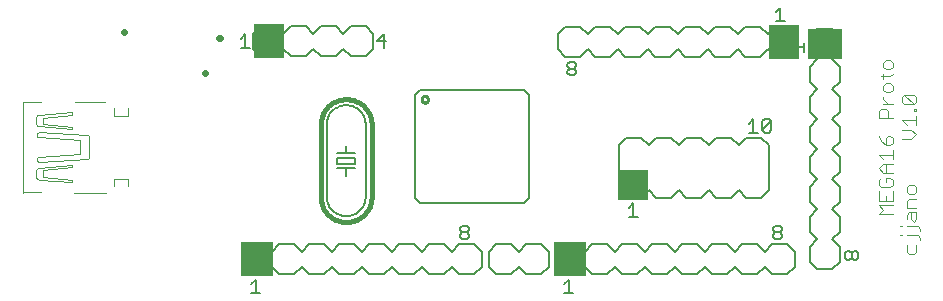
<source format=gto>
G75*
G70*
%OFA0B0*%
%FSLAX24Y24*%
%IPPOS*%
%LPD*%
%AMOC8*
5,1,8,0,0,1.08239X$1,22.5*
%
%ADD10C,0.0040*%
%ADD11R,0.0984X0.1181*%
%ADD12R,0.1181X0.0984*%
%ADD13R,0.1083X0.1181*%
%ADD14R,0.0984X0.0984*%
%ADD15C,0.0100*%
%ADD16C,0.0080*%
%ADD17C,0.0060*%
%ADD18C,0.0050*%
%ADD19C,0.0160*%
%ADD20C,0.0220*%
D10*
X000131Y003708D02*
X000131Y006737D01*
X000133Y006735D02*
X000725Y006735D01*
X000133Y006735D02*
X000133Y003710D01*
X000725Y003710D01*
X000133Y003710D02*
X000133Y003710D01*
X000664Y004139D02*
X001748Y004057D01*
X001748Y004139D01*
X000807Y004241D01*
X000807Y004446D01*
X001748Y004548D01*
X001748Y004630D01*
X000664Y004527D01*
X000664Y004732D02*
X002259Y004814D01*
X002259Y004813D02*
X002277Y004816D01*
X002294Y004823D01*
X002309Y004832D01*
X002322Y004845D01*
X002331Y004860D01*
X002338Y004877D01*
X002341Y004895D01*
X002340Y004895D02*
X002340Y005549D01*
X002341Y005550D02*
X002338Y005568D01*
X002331Y005585D01*
X002322Y005600D01*
X002309Y005613D01*
X002294Y005622D01*
X002277Y005629D01*
X002259Y005632D01*
X002259Y005631D02*
X000664Y005713D01*
X000648Y005711D01*
X000633Y005707D01*
X000618Y005699D01*
X000606Y005689D01*
X000596Y005677D01*
X000588Y005662D01*
X000584Y005647D01*
X000582Y005631D01*
X000583Y005631D02*
X000583Y005631D01*
X000582Y005631D02*
X000584Y005615D01*
X000588Y005600D01*
X000596Y005585D01*
X000606Y005573D01*
X000618Y005563D01*
X000633Y005555D01*
X000648Y005551D01*
X000664Y005549D01*
X002013Y005467D01*
X002013Y005468D02*
X002013Y004977D01*
X000664Y004895D01*
X000664Y004896D02*
X000648Y004894D01*
X000633Y004890D01*
X000618Y004882D01*
X000606Y004872D01*
X000596Y004860D01*
X000588Y004845D01*
X000584Y004830D01*
X000582Y004814D01*
X000584Y004798D01*
X000588Y004783D01*
X000596Y004768D01*
X000606Y004756D01*
X000618Y004746D01*
X000633Y004738D01*
X000648Y004734D01*
X000664Y004732D01*
X000664Y004528D02*
X000645Y004524D01*
X000626Y004518D01*
X000609Y004508D01*
X000593Y004496D01*
X000580Y004481D01*
X000569Y004464D01*
X000562Y004446D01*
X000562Y004221D02*
X000569Y004203D01*
X000580Y004186D01*
X000593Y004171D01*
X000609Y004159D01*
X000626Y004149D01*
X000645Y004143D01*
X000664Y004139D01*
X000563Y004221D02*
X000554Y004257D01*
X000548Y004295D01*
X000546Y004333D01*
X000548Y004371D01*
X000554Y004408D01*
X000563Y004445D01*
X001832Y003708D02*
X002890Y003708D01*
X003176Y003913D02*
X003176Y004159D01*
X003627Y004159D01*
X003627Y003910D01*
X001748Y005815D02*
X001748Y005897D01*
X000807Y005999D01*
X000807Y006203D01*
X001748Y006305D01*
X001748Y006387D01*
X000664Y006305D01*
X000664Y006306D02*
X000645Y006302D01*
X000626Y006296D01*
X000609Y006286D01*
X000593Y006274D01*
X000580Y006259D01*
X000569Y006242D01*
X000562Y006224D01*
X000562Y005999D02*
X000569Y005981D01*
X000580Y005964D01*
X000593Y005949D01*
X000609Y005937D01*
X000626Y005927D01*
X000645Y005921D01*
X000664Y005917D01*
X001748Y005815D01*
X000563Y005999D02*
X000554Y006035D01*
X000548Y006073D01*
X000546Y006111D01*
X000548Y006149D01*
X000554Y006186D01*
X000563Y006223D01*
X001852Y006737D02*
X002850Y006737D01*
X003176Y006531D02*
X003176Y006245D01*
X003621Y006245D01*
X003621Y006531D01*
X028656Y006431D02*
X028656Y006201D01*
X029116Y006201D01*
X028963Y006201D02*
X028963Y006431D01*
X028886Y006508D01*
X028733Y006508D01*
X028656Y006431D01*
X028809Y006661D02*
X029116Y006661D01*
X028963Y006661D02*
X028809Y006815D01*
X028809Y006891D01*
X028886Y007045D02*
X029040Y007045D01*
X029116Y007122D01*
X029116Y007275D01*
X029040Y007352D01*
X028886Y007352D01*
X028809Y007275D01*
X028809Y007122D01*
X028886Y007045D01*
X029431Y006882D02*
X029508Y006958D01*
X029815Y006651D01*
X029892Y006728D01*
X029892Y006882D01*
X029815Y006958D01*
X029508Y006958D01*
X029431Y006882D02*
X029431Y006728D01*
X029508Y006651D01*
X029815Y006651D01*
X029815Y006498D02*
X029892Y006498D01*
X029892Y006421D01*
X029815Y006421D01*
X029815Y006498D01*
X029892Y006268D02*
X029892Y005961D01*
X029738Y005807D02*
X029431Y005807D01*
X029585Y005961D02*
X029431Y006114D01*
X029892Y006114D01*
X029738Y005807D02*
X029892Y005654D01*
X029738Y005501D01*
X029431Y005501D01*
X029116Y005510D02*
X029116Y005357D01*
X029040Y005280D01*
X028886Y005280D01*
X028886Y005510D01*
X028963Y005587D01*
X029040Y005587D01*
X029116Y005510D01*
X028886Y005280D02*
X028733Y005434D01*
X028656Y005587D01*
X029116Y005127D02*
X029116Y004820D01*
X029116Y004666D02*
X028809Y004666D01*
X028656Y004513D01*
X028809Y004359D01*
X029116Y004359D01*
X028886Y004359D02*
X028886Y004666D01*
X028809Y004820D02*
X028656Y004973D01*
X029116Y004973D01*
X029040Y004206D02*
X028886Y004206D01*
X028886Y004053D01*
X028733Y004206D02*
X028656Y004129D01*
X028656Y003976D01*
X028733Y003899D01*
X029040Y003899D01*
X029116Y003976D01*
X029116Y004129D01*
X029040Y004206D01*
X029585Y003889D02*
X029662Y003966D01*
X029815Y003966D01*
X029892Y003889D01*
X029892Y003736D01*
X029815Y003659D01*
X029662Y003659D01*
X029585Y003736D01*
X029585Y003889D01*
X029116Y003746D02*
X029116Y003439D01*
X028656Y003439D01*
X028656Y003746D01*
X028886Y003592D02*
X028886Y003439D01*
X028656Y003285D02*
X029116Y003285D01*
X028809Y003132D02*
X028656Y003285D01*
X028809Y003132D02*
X028656Y002978D01*
X029116Y002978D01*
X029585Y002969D02*
X029585Y002815D01*
X029738Y002815D02*
X029815Y002738D01*
X029892Y002815D01*
X029892Y003045D01*
X029662Y003045D01*
X029585Y002969D01*
X029738Y003045D02*
X029738Y002815D01*
X029585Y002585D02*
X029969Y002585D01*
X030045Y002508D01*
X030045Y002432D01*
X029969Y002278D02*
X029585Y002278D01*
X029431Y002278D02*
X029355Y002278D01*
X029969Y002278D02*
X030045Y002201D01*
X030045Y002125D01*
X029892Y001971D02*
X029892Y001741D01*
X029815Y001664D01*
X029662Y001664D01*
X029585Y001741D01*
X029585Y001971D01*
X029431Y002585D02*
X029355Y002585D01*
X029585Y003199D02*
X029585Y003429D01*
X029662Y003506D01*
X029892Y003506D01*
X029892Y003199D02*
X029585Y003199D01*
X028809Y007505D02*
X028809Y007659D01*
X028733Y007582D02*
X029040Y007582D01*
X029116Y007659D01*
X029040Y007812D02*
X028886Y007812D01*
X028809Y007889D01*
X028809Y008042D01*
X028886Y008119D01*
X029040Y008119D01*
X029116Y008042D01*
X029116Y007889D01*
X029040Y007812D01*
D11*
X025501Y008721D03*
X008331Y008759D03*
D12*
X026872Y008667D03*
D13*
X018377Y001500D03*
X007926Y001482D03*
D14*
X020478Y003969D03*
D15*
X013415Y006817D02*
X013417Y006837D01*
X013422Y006857D01*
X013432Y006875D01*
X013444Y006892D01*
X013459Y006906D01*
X013477Y006916D01*
X013496Y006924D01*
X013516Y006928D01*
X013536Y006928D01*
X013556Y006924D01*
X013575Y006916D01*
X013593Y006906D01*
X013608Y006892D01*
X013620Y006875D01*
X013630Y006857D01*
X013635Y006837D01*
X013637Y006817D01*
X013635Y006797D01*
X013630Y006777D01*
X013620Y006759D01*
X013608Y006742D01*
X013593Y006728D01*
X013575Y006718D01*
X013556Y006710D01*
X013536Y006706D01*
X013516Y006706D01*
X013496Y006710D01*
X013477Y006718D01*
X013459Y006728D01*
X013444Y006742D01*
X013432Y006759D01*
X013422Y006777D01*
X013417Y006797D01*
X013415Y006817D01*
D16*
X013211Y006974D02*
X013211Y003510D01*
X013369Y003352D01*
X016833Y003352D01*
X016991Y003510D01*
X016991Y006974D01*
X016833Y007132D01*
X013369Y007132D01*
X013211Y006974D01*
X015901Y001992D02*
X016401Y001992D01*
X016651Y001742D01*
X016901Y001992D01*
X017401Y001992D01*
X017651Y001742D01*
X017651Y001242D01*
X017401Y000992D01*
X016901Y000992D01*
X016651Y001242D01*
X016401Y000992D01*
X015901Y000992D01*
X015651Y001242D01*
X015651Y001742D01*
X015901Y001992D01*
D17*
X007670Y000982D02*
X007420Y001232D01*
X007420Y001732D01*
X007670Y001982D01*
X008170Y001982D01*
X008420Y001732D01*
X008670Y001982D01*
X009170Y001982D01*
X009420Y001732D01*
X009670Y001982D01*
X010170Y001982D01*
X010420Y001732D01*
X010670Y001982D01*
X011170Y001982D01*
X011420Y001732D01*
X011670Y001982D01*
X012170Y001982D01*
X012420Y001732D01*
X012670Y001982D01*
X013170Y001982D01*
X013420Y001732D01*
X013670Y001982D01*
X014170Y001982D01*
X014420Y001732D01*
X014670Y001982D01*
X015170Y001982D01*
X015420Y001732D01*
X015420Y001232D01*
X015170Y000982D01*
X014670Y000982D01*
X014420Y001232D01*
X014170Y000982D01*
X013670Y000982D01*
X013420Y001232D01*
X013170Y000982D01*
X012670Y000982D01*
X012420Y001232D01*
X012170Y000982D01*
X011670Y000982D01*
X011420Y001232D01*
X011170Y000982D01*
X010670Y000982D01*
X010420Y001232D01*
X010170Y000982D01*
X009670Y000982D01*
X009420Y001232D01*
X009170Y000982D01*
X008670Y000982D01*
X008420Y001232D01*
X008170Y000982D01*
X007670Y000982D01*
X010252Y003570D02*
X010252Y005970D01*
X010254Y006020D01*
X010260Y006069D01*
X010269Y006118D01*
X010282Y006166D01*
X010299Y006213D01*
X010319Y006258D01*
X010343Y006302D01*
X010370Y006344D01*
X010401Y006384D01*
X010434Y006421D01*
X010470Y006455D01*
X010508Y006487D01*
X010549Y006516D01*
X010591Y006541D01*
X010636Y006563D01*
X010682Y006582D01*
X010730Y006597D01*
X010778Y006608D01*
X010827Y006616D01*
X010877Y006620D01*
X010927Y006620D01*
X010977Y006616D01*
X011026Y006608D01*
X011074Y006597D01*
X011122Y006582D01*
X011168Y006563D01*
X011213Y006541D01*
X011255Y006516D01*
X011296Y006487D01*
X011334Y006455D01*
X011370Y006421D01*
X011403Y006384D01*
X011434Y006344D01*
X011461Y006302D01*
X011485Y006258D01*
X011505Y006213D01*
X011522Y006166D01*
X011535Y006118D01*
X011544Y006069D01*
X011550Y006020D01*
X011552Y005970D01*
X011552Y003570D01*
X011550Y003520D01*
X011544Y003471D01*
X011535Y003422D01*
X011522Y003374D01*
X011505Y003327D01*
X011485Y003282D01*
X011461Y003238D01*
X011434Y003196D01*
X011403Y003156D01*
X011370Y003119D01*
X011334Y003085D01*
X011296Y003053D01*
X011255Y003024D01*
X011213Y002999D01*
X011168Y002977D01*
X011122Y002958D01*
X011074Y002943D01*
X011026Y002932D01*
X010977Y002924D01*
X010927Y002920D01*
X010877Y002920D01*
X010827Y002924D01*
X010778Y002932D01*
X010730Y002943D01*
X010682Y002958D01*
X010636Y002977D01*
X010591Y002999D01*
X010549Y003024D01*
X010508Y003053D01*
X010470Y003085D01*
X010434Y003119D01*
X010401Y003156D01*
X010370Y003196D01*
X010343Y003238D01*
X010319Y003282D01*
X010299Y003327D01*
X010282Y003374D01*
X010269Y003422D01*
X010260Y003471D01*
X010254Y003520D01*
X010252Y003570D01*
X010902Y004270D02*
X010902Y004520D01*
X011202Y004520D01*
X010902Y004520D02*
X010602Y004520D01*
X010602Y004670D02*
X011202Y004670D01*
X011202Y004870D01*
X010602Y004870D01*
X010602Y004670D01*
X010602Y005020D02*
X010902Y005020D01*
X010902Y005270D01*
X010902Y005020D02*
X011202Y005020D01*
X017853Y001732D02*
X018103Y001982D01*
X018603Y001982D01*
X018853Y001732D01*
X019103Y001982D01*
X019603Y001982D01*
X019853Y001732D01*
X020103Y001982D01*
X020603Y001982D01*
X020853Y001732D01*
X021103Y001982D01*
X021603Y001982D01*
X021853Y001732D01*
X022103Y001982D01*
X022603Y001982D01*
X022853Y001732D01*
X023103Y001982D01*
X023603Y001982D01*
X023853Y001732D01*
X024103Y001982D01*
X024603Y001982D01*
X024853Y001732D01*
X025103Y001982D01*
X025603Y001982D01*
X025853Y001732D01*
X025853Y001232D01*
X025603Y000982D01*
X025103Y000982D01*
X024853Y001232D01*
X024603Y000982D01*
X024103Y000982D01*
X023853Y001232D01*
X023603Y000982D01*
X023103Y000982D01*
X022853Y001232D01*
X022603Y000982D01*
X022103Y000982D01*
X021853Y001232D01*
X021603Y000982D01*
X021103Y000982D01*
X020853Y001232D01*
X020603Y000982D01*
X020103Y000982D01*
X019853Y001232D01*
X019603Y000982D01*
X019103Y000982D01*
X018853Y001232D01*
X018603Y000982D01*
X018103Y000982D01*
X017853Y001232D01*
X017853Y001732D01*
X019992Y003777D02*
X020242Y003527D01*
X020742Y003527D01*
X020992Y003777D01*
X021242Y003527D01*
X021742Y003527D01*
X021992Y003777D01*
X022242Y003527D01*
X022742Y003527D01*
X022992Y003777D01*
X023242Y003527D01*
X023742Y003527D01*
X023992Y003777D01*
X024242Y003527D01*
X024742Y003527D01*
X024992Y003777D01*
X024992Y005277D01*
X024742Y005527D01*
X024242Y005527D01*
X023992Y005277D01*
X023742Y005527D01*
X023242Y005527D01*
X022992Y005277D01*
X022742Y005527D01*
X022242Y005527D01*
X021992Y005277D01*
X021742Y005527D01*
X021242Y005527D01*
X020992Y005277D01*
X020742Y005527D01*
X020242Y005527D01*
X019992Y005277D01*
X019992Y003777D01*
X026353Y003893D02*
X026353Y003393D01*
X026603Y003143D01*
X026353Y002893D01*
X026353Y002393D01*
X026603Y002143D01*
X026353Y001893D01*
X026353Y001393D01*
X026603Y001143D01*
X027103Y001143D01*
X027353Y001393D01*
X027353Y001893D01*
X027103Y002143D01*
X027353Y002393D01*
X027353Y002893D01*
X027103Y003143D01*
X027353Y003393D01*
X027353Y003893D01*
X027103Y004143D01*
X027353Y004393D01*
X027353Y004893D01*
X027103Y005143D01*
X027353Y005393D01*
X027353Y005893D01*
X027103Y006143D01*
X027353Y006393D01*
X027353Y006893D01*
X027103Y007143D01*
X027353Y007393D01*
X027353Y007893D01*
X027103Y008143D01*
X027353Y008393D01*
X027353Y008893D01*
X027103Y009143D01*
X026603Y009143D01*
X026353Y008893D01*
X026353Y008393D01*
X026603Y008143D01*
X026353Y007893D01*
X026353Y007393D01*
X026603Y007143D01*
X026353Y006893D01*
X026353Y006393D01*
X026603Y006143D01*
X026353Y005893D01*
X026353Y005393D01*
X026603Y005143D01*
X026353Y004893D01*
X026353Y004393D01*
X026603Y004143D01*
X026353Y003893D01*
X025707Y008241D02*
X025207Y008241D01*
X024957Y008491D01*
X024707Y008241D01*
X024207Y008241D01*
X023957Y008491D01*
X023707Y008241D01*
X023207Y008241D01*
X022957Y008491D01*
X022707Y008241D01*
X022207Y008241D01*
X021957Y008491D01*
X021707Y008241D01*
X021207Y008241D01*
X020957Y008491D01*
X020707Y008241D01*
X020207Y008241D01*
X019957Y008491D01*
X019707Y008241D01*
X019207Y008241D01*
X018957Y008491D01*
X018707Y008241D01*
X018207Y008241D01*
X017957Y008491D01*
X017957Y008991D01*
X018207Y009241D01*
X018707Y009241D01*
X018957Y008991D01*
X019207Y009241D01*
X019707Y009241D01*
X019957Y008991D01*
X020207Y009241D01*
X020707Y009241D01*
X020957Y008991D01*
X021207Y009241D01*
X021707Y009241D01*
X021957Y008991D01*
X022207Y009241D01*
X022707Y009241D01*
X022957Y008991D01*
X023207Y009241D01*
X023707Y009241D01*
X023957Y008991D01*
X024207Y009241D01*
X024707Y009241D01*
X024957Y008991D01*
X025207Y009241D01*
X025707Y009241D01*
X025957Y008991D01*
X025957Y008491D01*
X025707Y008241D01*
X011808Y008509D02*
X011558Y008259D01*
X011058Y008259D01*
X010808Y008509D01*
X010558Y008259D01*
X010058Y008259D01*
X009808Y008509D01*
X009558Y008259D01*
X009058Y008259D01*
X008808Y008509D01*
X008558Y008259D01*
X008058Y008259D01*
X007808Y008509D01*
X007808Y009009D01*
X008058Y009259D01*
X008558Y009259D01*
X008808Y009009D01*
X009058Y009259D01*
X009558Y009259D01*
X009808Y009009D01*
X010058Y009259D01*
X010558Y009259D01*
X010808Y009009D01*
X011058Y009259D01*
X011558Y009259D01*
X011808Y009009D01*
X011808Y008509D01*
D18*
X012158Y008534D02*
X012158Y008985D01*
X011933Y008759D01*
X012233Y008759D01*
X007683Y008534D02*
X007383Y008534D01*
X007533Y008534D02*
X007533Y008985D01*
X007383Y008834D01*
X018272Y007991D02*
X018272Y007916D01*
X018347Y007841D01*
X018497Y007841D01*
X018572Y007766D01*
X018572Y007691D01*
X018497Y007616D01*
X018347Y007616D01*
X018272Y007691D01*
X018272Y007766D01*
X018347Y007841D01*
X018497Y007841D02*
X018572Y007916D01*
X018572Y007991D01*
X018497Y008066D01*
X018347Y008066D01*
X018272Y007991D01*
X024317Y006003D02*
X024467Y006153D01*
X024467Y005702D01*
X024317Y005702D02*
X024618Y005702D01*
X024778Y005777D02*
X025078Y006078D01*
X025078Y005777D01*
X025003Y005702D01*
X024853Y005702D01*
X024778Y005777D01*
X024778Y006078D01*
X024853Y006153D01*
X025003Y006153D01*
X025078Y006078D01*
X025878Y008408D02*
X025727Y008558D01*
X026178Y008558D01*
X026178Y008408D02*
X026178Y008708D01*
X025522Y009416D02*
X025222Y009416D01*
X025372Y009416D02*
X025372Y009866D01*
X025222Y009716D01*
X020467Y003353D02*
X020467Y002902D01*
X020317Y002902D02*
X020618Y002902D01*
X020317Y003203D02*
X020467Y003353D01*
X025128Y002532D02*
X025128Y002457D01*
X025203Y002382D01*
X025353Y002382D01*
X025428Y002307D01*
X025428Y002232D01*
X025353Y002157D01*
X025203Y002157D01*
X025128Y002232D01*
X025128Y002307D01*
X025203Y002382D01*
X025353Y002382D02*
X025428Y002457D01*
X025428Y002532D01*
X025353Y002607D01*
X025203Y002607D01*
X025128Y002532D01*
X027527Y001683D02*
X027602Y001758D01*
X027678Y001758D01*
X027753Y001683D01*
X027753Y001533D01*
X027678Y001458D01*
X027602Y001458D01*
X027527Y001533D01*
X027527Y001683D01*
X027753Y001683D02*
X027828Y001758D01*
X027903Y001758D01*
X027978Y001683D01*
X027978Y001533D01*
X027903Y001458D01*
X027828Y001458D01*
X027753Y001533D01*
X018478Y000357D02*
X018178Y000357D01*
X018328Y000357D02*
X018328Y000807D01*
X018178Y000657D01*
X014995Y002232D02*
X014920Y002157D01*
X014770Y002157D01*
X014695Y002232D01*
X014695Y002307D01*
X014770Y002382D01*
X014920Y002382D01*
X014995Y002307D01*
X014995Y002232D01*
X014920Y002382D02*
X014995Y002457D01*
X014995Y002532D01*
X014920Y002607D01*
X014770Y002607D01*
X014695Y002532D01*
X014695Y002457D01*
X014770Y002382D01*
X008045Y000357D02*
X007745Y000357D01*
X007895Y000357D02*
X007895Y000807D01*
X007745Y000657D01*
D19*
X010052Y003570D02*
X010052Y005970D01*
X010054Y006027D01*
X010060Y006083D01*
X010069Y006139D01*
X010082Y006195D01*
X010099Y006249D01*
X010119Y006302D01*
X010143Y006353D01*
X010171Y006403D01*
X010201Y006451D01*
X010235Y006497D01*
X010272Y006540D01*
X010311Y006581D01*
X010353Y006619D01*
X010398Y006654D01*
X010445Y006686D01*
X010494Y006715D01*
X010544Y006741D01*
X010597Y006763D01*
X010650Y006782D01*
X010705Y006797D01*
X010761Y006808D01*
X010817Y006816D01*
X010874Y006820D01*
X010930Y006820D01*
X010987Y006816D01*
X011043Y006808D01*
X011099Y006797D01*
X011154Y006782D01*
X011207Y006763D01*
X011260Y006741D01*
X011310Y006715D01*
X011359Y006686D01*
X011406Y006654D01*
X011451Y006619D01*
X011493Y006581D01*
X011532Y006540D01*
X011569Y006497D01*
X011603Y006451D01*
X011633Y006403D01*
X011661Y006353D01*
X011685Y006302D01*
X011705Y006249D01*
X011722Y006195D01*
X011735Y006139D01*
X011744Y006083D01*
X011750Y006027D01*
X011752Y005970D01*
X011752Y003570D01*
X011750Y003513D01*
X011744Y003457D01*
X011735Y003401D01*
X011722Y003345D01*
X011705Y003291D01*
X011685Y003238D01*
X011661Y003187D01*
X011633Y003137D01*
X011603Y003089D01*
X011569Y003043D01*
X011532Y003000D01*
X011493Y002959D01*
X011451Y002921D01*
X011406Y002886D01*
X011359Y002854D01*
X011310Y002825D01*
X011260Y002799D01*
X011207Y002777D01*
X011154Y002758D01*
X011099Y002743D01*
X011043Y002732D01*
X010987Y002724D01*
X010930Y002720D01*
X010874Y002720D01*
X010817Y002724D01*
X010761Y002732D01*
X010705Y002743D01*
X010650Y002758D01*
X010597Y002777D01*
X010544Y002799D01*
X010494Y002825D01*
X010445Y002854D01*
X010398Y002886D01*
X010353Y002921D01*
X010311Y002959D01*
X010272Y003000D01*
X010235Y003043D01*
X010201Y003089D01*
X010171Y003137D01*
X010143Y003187D01*
X010119Y003238D01*
X010099Y003291D01*
X010082Y003345D01*
X010069Y003401D01*
X010060Y003457D01*
X010054Y003513D01*
X010052Y003570D01*
D20*
X006203Y007683D02*
X006203Y007707D01*
X006667Y008860D02*
X006691Y008860D01*
X003508Y009048D02*
X003508Y009072D01*
M02*

</source>
